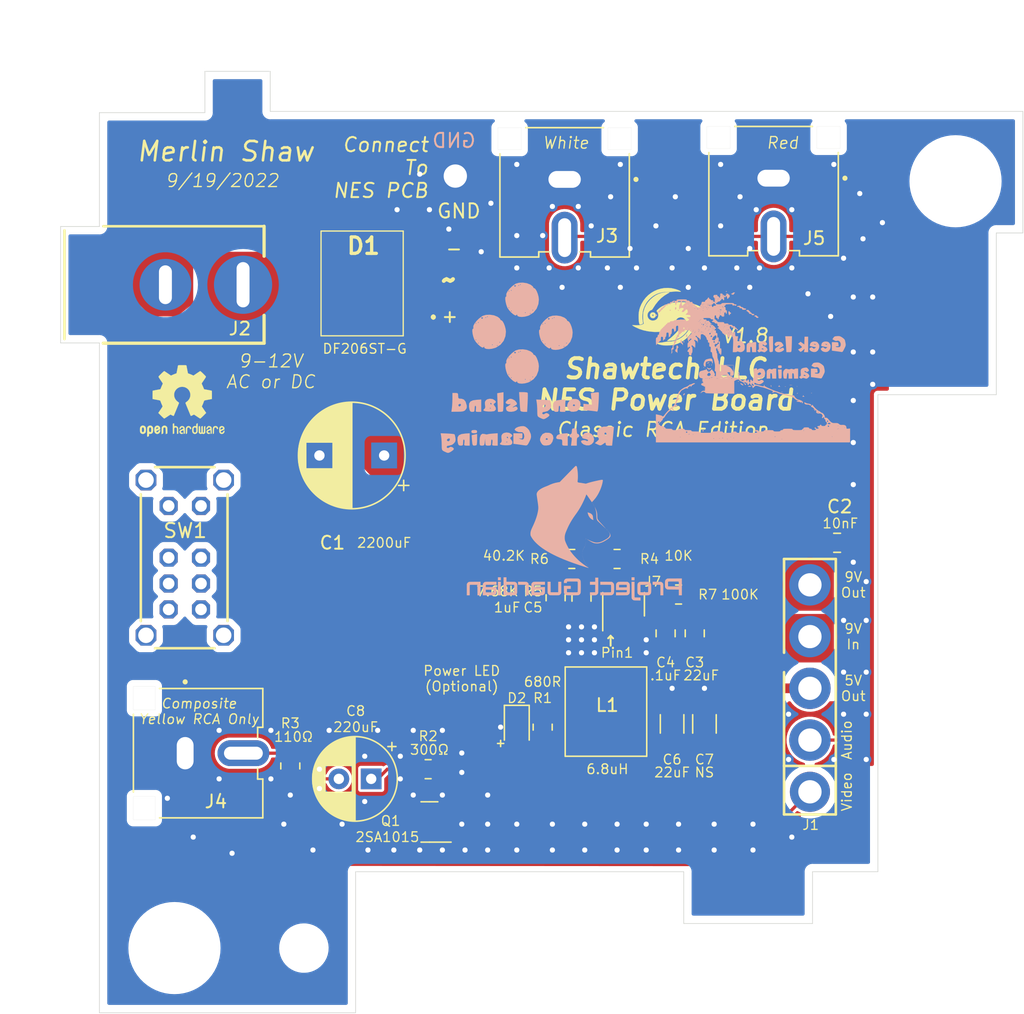
<source format=kicad_pcb>
(kicad_pcb (version 20211014) (generator pcbnew)
  (layers (0 "F.Cu" signal) (31 "B.Cu" signal) (34 "B.Paste" user) (35 "F.Paste" user) (36 "B.SilkS" user "B.Silkscreen") (37 "F.SilkS" user "F.Silkscreen") (38 "B.Mask" user) (39 "F.Mask" user) (44 "Edge.Cuts" user))
  (net 0 "")
  (net 1 "5V Out")
  (net 2 "Net-(C8-Pad1)")
  (net 3 "Net-(D2-Pad2)")
  (net 4 "Video Out")
  (net 5 "Net-(C8-Pad2)")
  (net 6 "GND")
  (net 7 "Video In")
  (net 8 "Audio In")
  (net 9 "9VIn")
  (net 10 "9VOut")
  (net 12 "/AC+")
  (net 13 "/AC-")
  (net 14 "Net-(J7-Pad4)")
  (net 15 "Net-(R4-Pad2)")
  (net 16 "SW")
  (net 17 "EN")
  (net 18 "Net-(C5-Pad1)")
  (footprint "Package_TO_SOT_SMD:SOT-23-6_Handsoldering" (layer "F.Cu") (at 146 106.5 90)
    (fp_text reference "J7" (at 1.75 2.25 180) (layer "F.SilkS") (effects (font (size 0.75 0.75) (thickness 0.1))))
    (fp_text value "BL8033")
    (pad "1" smd rect (at -1.35 -0.95 90) (size 1.56 0.65) (layers "F.Cu" "F.Paste" "F.Mask") (net 6 "GND"))
    (pad "2" smd rect (at -1.35 0 90) (size 1.56 0.65) (layers "F.Cu" "F.Paste" "F.Mask") (net 16 "SW"))
    (pad "3" smd rect (at -1.35 0.95 90) (size 1.56 0.65) (layers "F.Cu" "F.Paste" "F.Mask") (net 9 "9VIn"))
    (pad "4" smd rect (at 1.35 0.95 90) (size 1.56 0.65) (layers "F.Cu" "F.Paste" "F.Mask") (net 14 "Net-(J7-Pad4)"))
    (pad "5" smd rect (at 1.35 0 90) (size 1.56 0.65) (layers "F.Cu" "F.Paste" "F.Mask") (net 17 "EN"))
    (pad "6" smd rect (at 1.35 -0.95 90) (size 1.56 0.65) (layers "F.Cu" "F.Paste" "F.Mask") (net 18 "Net-(C5-Pad1)"))
  )
  (footprint "Capacitor_SMD:C_0805_2012Metric" (layer "F.Cu") (at 151.5 108.75 -90)
    (fp_text reference "C3" (at 2.25 0 180) (layer "F.SilkS") (effects (font (size 0.75 0.75) (thickness 0.1))))
    (fp_text value "22uf/25")
    (pad "1" smd roundrect (at -0.95 0 270) (size 1 1.45) (layers "F.Cu" "F.Paste" "F.Mask") (net 9 "9VIn"))
    (pad "2" smd roundrect (at 0.95 0 270) (size 1 1.45) (layers "F.Cu" "F.Paste" "F.Mask") (net 6 "GND"))
  )
  (footprint "Resistor_SMD:R_0805_2012Metric" (layer "F.Cu") (at 120.25 119 -90)
    (fp_text reference "R3" (at -3.3 0 180) (layer "F.SilkS") (effects (font (size 0.75 0.75) (thickness 0.1))))
    (fp_text value "110R")
    (pad "1" smd roundrect (at -0.9125 0 270) (size 1.025 1.4) (layers "F.Cu" "F.Paste" "F.Mask") (roundrect_rratio 0.243902439) (net 4 "Video Out"))
    (pad "2" smd roundrect (at 0.9125 0 270) (size 1.025 1.4) (layers "F.Cu" "F.Paste" "F.Mask") (roundrect_rratio 0.243902439) (net 5 "Net-(C8-Pad2)"))
  )
  (footprint "Resistor_SMD:R_0805_2012Metric" (layer "F.Cu") (at 145.5 103 180)
    (fp_text reference "R4" (at -2.5 0) (layer "F.SilkS") (effects (font (size 0.75 0.75) (thickness 0.1))))
    (fp_text value "10k")
    (pad "1" smd roundrect (at -0.9125 0 180) (size 1.025 1.4) (layers "F.Cu" "F.Paste" "F.Mask") (roundrect_rratio 0.243902439) (net 14 "Net-(J7-Pad4)"))
    (pad "2" smd roundrect (at 0.9125 0 180) (size 1.025 1.4) (layers "F.Cu" "F.Paste" "F.Mask") (roundrect_rratio 0.243902439) (net 15 "Net-(R4-Pad2)"))
  )
  (footprint "Merlin:OSHW-Logo2_7.3x6mm_SilkScreen" (layer "F.Cu") (at 111.9 90.78)
    (fp_text reference "REF**" hide)
    (fp_text value "OSHW-Logo2_7.3x6mm_SilkScreen" hide)
  )
  (footprint "Capacitor_SMD:C_0805_2012Metric" (layer "F.Cu") (at 142.75 106 -90)
    (fp_text reference "C5" (at 0.75 3.75) (layer "F.SilkS") (effects (font (size 0.75 0.75) (thickness 0.1))))
    (fp_text value "1uF")
    (pad "1" smd roundrect (at -0.95 0 270) (size 1 1.45) (layers "F.Cu" "F.Paste" "F.Mask") (net 18 "Net-(C5-Pad1)"))
    (pad "2" smd roundrect (at 0.95 0 270) (size 1 1.45) (layers "F.Cu" "F.Paste" "F.Mask") (net 16 "SW"))
  )
  (footprint "Package_TO_SOT_SMD:SOT-23" (layer "F.Cu") (at 131 123.33 180)
    (fp_text reference "Q1" (at 3 0.08) (layer "F.SilkS") (effects (font (size 0.75 0.75) (thickness 0.1))))
    (fp_text value "2SA1015" (at 3.25 -1.17) (layer "F.SilkS") (effects (font (size 0.75 0.75) (thickness 0.1))))
    (pad "1" smd roundrect (at -0.9375 -0.95 180) (size 1.475 0.6) (layers "F.Cu" "F.Paste" "F.Mask") (net 7 "Video In"))
    (pad "2" smd roundrect (at -0.9375 0.95 180) (size 1.475 0.6) (layers "F.Cu" "F.Paste" "F.Mask") (net 2 "Net-(C8-Pad1)"))
    (pad "3" smd roundrect (at 0.9375 0 180) (size 1.475 0.6) (layers "F.Cu" "F.Paste" "F.Mask") (net 6 "GND"))
  )
  (footprint "Resistor_SMD:R_0805_2012Metric" (layer "F.Cu") (at 139.75 116 90)
    (fp_text reference "R1" (at 2.25 0 180) (layer "F.SilkS") (effects (font (size 0.75 0.75) (thickness 0.1))))
    (fp_text value "680")
    (pad "1" smd roundrect (at -0.9125 0 90) (size 1.025 1.4) (layers "F.Cu" "F.Paste" "F.Mask") (roundrect_rratio 0.243902439) (net 3 "Net-(D2-Pad2)"))
    (pad "2" smd roundrect (at 0.9125 0 90) (size 1.025 1.4) (layers "F.Cu" "F.Paste" "F.Mask") (roundrect_rratio 0.243902439) (net 1 "5V Out"))
  )
  (footprint "Resistor_SMD:R_0805_2012Metric" (layer "F.Cu") (at 142 103 180)
    (fp_text reference "R6" (at 2.5 0) (layer "F.SilkS") (effects (font (size 0.75 0.75) (thickness 0.1))))
    (fp_text value "40.2k")
    (pad "1" smd roundrect (at -0.9125 0 180) (size 1.025 1.4) (layers "F.Cu" "F.Paste" "F.Mask") (roundrect_rratio 0.243902439) (net 15 "Net-(R4-Pad2)"))
    (pad "2" smd roundrect (at 0.9125 0 180) (size 1.025 1.4) (layers "F.Cu" "F.Paste" "F.Mask") (roundrect_rratio 0.243902439) (net 1 "5V Out"))
  )
  (footprint "" (layer "F.Cu") (at 111.3 133.08)
    (fp_text reference "" (at 0 0) (layer "F.SilkS") (effects (font (size 1.27 1.27))))
    (fp_text value "" (at 0 0) (layer "F.SilkS") (effects (font (size 1.27 1.27))))
    (pad "" np_thru_hole circle locked (at 0 0) (size 3.5 3.5) (drill 3.5) (layers F&B.Cu *.Mask))
  )
  (footprint "Merlin:Power-DF206STG" (layer "F.Cu") (at 125.8 81.7 90)
    (fp_text reference "D1" (at 2.9 0.1 180) (layer "F.SilkS") (effects (font (size 1.27 1.27) (thickness 0.254))))
    (fp_text value "${ALTIUM_VALUE}" hide)
    (fp_text user "+" (at -2.6 6.7 90) (layer "F.SilkS"))
    (fp_text user "-" (at 2.7 7.1 180) (layer "F.SilkS"))
    (pad "1" smd rect (at -2.605 4.36 90) (size 1.7 2.02) (layers "F.Cu" "F.Paste" "F.Mask") (net 10 "9VOut"))
    (pad "2" smd rect (at 2.605 4.36 90) (size 1.7 2.02) (layers "F.Cu" "F.Paste" "F.Mask") (net 6 "GND"))
    (pad "3" smd rect (at 2.605 -4.36 90) (size 1.7 2.02) (layers "F.Cu" "F.Paste" "F.Mask") (net 13 "/AC-"))
    (pad "4" smd rect (at -2.605 -4.36 90) (size 1.7 2.02) (layers "F.Cu" "F.Paste" "F.Mask") (net 12 "/AC+"))
  )
  (footprint "Resistor_SMD:R_0805_2012Metric" (layer "F.Cu") (at 150.25 105.75)
    (fp_text reference "R7" (at 2.25 0) (layer "F.SilkS") (effects (font (size 0.75 0.75) (thickness 0.1))))
    (fp_text value "100K")
    (pad "1" smd roundrect (at -0.9125 0) (size 1.025 1.4) (layers "F.Cu" "F.Paste" "F.Mask") (roundrect_rratio 0.243902439) (net 17 "EN"))
    (pad "2" smd roundrect (at 0.9125 0) (size 1.025 1.4) (layers "F.Cu" "F.Paste" "F.Mask") (roundrect_rratio 0.243902439) (net 9 "9VIn"))
  )
  (footprint "Merlin:ShawTech" (layer "F.Cu") (at 149.25 84.25)
    (fp_text reference "G***" hide)
    (fp_text value "LOGO" hide)
  )
  (footprint "Capacitor_SMD:C_1206_3216Metric" (layer "F.Cu") (at 152.25 115.75 90)
    (fp_text reference "C7" (at -2.75 0) (layer "F.SilkS") (effects (font (size 0.75 0.75) (thickness 0.1))))
    (fp_text value "22uf/25")
    (pad "1" smd roundrect (at -1.475 0 90) (size 1.15 1.8) (layers "F.Cu" "F.Paste" "F.Mask") (roundrect_rratio 0.2173913043) (net 1 "5V Out"))
    (pad "2" smd roundrect (at 1.475 0 90) (size 1.15 1.8) (layers "F.Cu" "F.Paste" "F.Mask") (roundrect_rratio 0.2173913043) (net 6 "GND"))
  )
  (footprint "Electromechanical.IntLib:SW-DP3T (EG2319)" (layer "F.Cu") (at 112.1 102.9 -90)
    (fp_text reference "SW1" (at -1.445 1.75 unlocked) (layer "F.SilkS") (effects (font (size 1.1 1.1)) (justify left bottom)))
    (fp_text value "DP3T" hide)
    (pad "" thru_hole roundrect locked (at -4 -1.25 270) (size 1.4 1.4) (drill 0.9) (layers *.Cu *.Mask) (chamfer_ratio 0.25) (chamfer top_left top_right bottom_left bottom_right))
    (pad "" thru_hole roundrect locked (at 0 1.25 270) (size 1.4 1.4) (drill 0.9) (layers *.Cu *.Mask) (chamfer_ratio 0.25) (chamfer top_left top_right bottom_left bottom_right))
    (pad "" thru_hole roundrect locked (at 2 1.25 270) (size 1.4 1.4) (drill 0.9) (layers *.Cu *.Mask) (chamfer_ratio 0.25) (chamfer top_left top_right bottom_left bottom_right))
    (pad "" thru_hole roundrect locked (at 4 1.25 270) (size 1.4 1.4) (drill 0.9) (layers *.Cu *.Mask) (chamfer_ratio 0.25) (chamfer top_left top_right bottom_left bottom_right))
    (pad "" thru_hole roundrect locked (at 0 -1.25 270) (size 1.4 1.4) (drill 0.9) (layers *.Cu *.Mask) (chamfer_ratio 0.25) (chamfer top_left top_right bottom_left bottom_right))
    (pad "" thru_hole roundrect locked (at 2 -1.25 270) (size 1.4 1.4) (drill 0.9) (layers *.Cu *.Mask) (chamfer_ratio 0.25) (chamfer top_left top_right bottom_left bottom_right))
    (pad "" thru_hole roundrect locked (at 4 -1.25 270) (size 1.4 1.4) (drill 0.9) (layers *.Cu *.Mask) (chamfer_ratio 0.25) (chamfer top_left top_right bottom_left bottom_right))
    (pad "1" thru_hole roundrect locked (at -4 1.25 270) (size 1.4 1.4) (drill 0.9) (layers *.Cu *.Mask) (chamfer_ratio 0.25) (chamfer top_left top_right bottom_left bottom_right))
    (pad "MH" thru_hole roundrect locked (at -6 3 270) (size 1.6 1.6) (drill 1.2) (layers *.Cu *.Mask) (chamfer_ratio 0.25) (chamfer top_left top_right bottom_left bottom_right))
    (pad "MH" thru_hole roundrect locked (at 6 3 90) (size 1.6 1.6) (drill 1.2) (layers *.Cu *.Mask) (chamfer_ratio 0.25) (chamfer top_left top_right bottom_left bottom_right))
    (pad "MH" thru_hole roundrect locked (at 6 -3 90) (size 1.6 1.6) (drill 1.2) (layers *.Cu *.Mask) (chamfer_ratio 0.25) (chamfer top_left top_right bottom_left bottom_right))
    (pad "MH" thru_hole roundrect locked (at -6 -3 270) (size 1.6 1.6) (drill 1.2) (layers *.Cu *.Mask) (chamfer_ratio 0.25) (chamfer top_left top_right bottom_left bottom_right))
  )
  (footprint "Resistor_SMD:R_0805_2012Metric" (layer "F.Cu") (at 140.75 106 -90)
    (fp_text reference "R5" (at -0.5 1.75 180) (layer "F.SilkS") (effects (font (size 0.75 0.75) (thickness 0.1))))
    (fp_text value "7.68k")
    (pad "1" smd roundrect (at -0.9125 0 270) (size 1.025 1.4) (layers "F.Cu" "F.Paste" "F.Mask") (roundrect_rratio 0.243902439) (net 15 "Net-(R4-Pad2)"))
    (pad "2" smd roundrect (at 0.9125 0 270) (size 1.025 1.4) (layers "F.Cu" "F.Paste" "F.Mask") (roundrect_rratio 0.243902439) (net 6 "GND"))
  )
  (footprint "Merlin:CUI_RCJ-044" (layer "F.Cu") (at 141.446 73.658 90)
    (fp_text reference "J3" (at -4.372 3.279 180) (layer "F.SilkS"))
    (fp_text value "White RCJ-52" hide)
    (fp_line (start 2.3 5.15) (end 4 5.15) (layer "Edge.Cuts") (width 0.01))
    (fp_line (start 4 5.15) (end 4 3.35) (layer "Edge.Cuts") (width 0.01))
    (fp_line (start 2.3 -5.15) (end 2.3 -3.35) (layer "Edge.Cuts") (width 0.01))
    (fp_line (start 4 -5.15) (end 2.3 -5.15) (layer "Edge.Cuts") (width 0.01))
    (fp_line (start 2.3 3.35) (end 2.3 5.15) (layer "Edge.Cuts") (width 0.01))
    (fp_line (start 4 -3.35) (end 4 -5.15) (layer "Edge.Cuts") (width 0.01))
    (fp_line (start 4 3.35) (end 2.3 3.35) (layer "Edge.Cuts") (width 0.01))
    (fp_line (start 2.3 -3.35) (end 4 -3.35) (layer "Edge.Cuts") (width 0.01))
    (pad "1" thru_hole oval (at 0 0 90) (size 2.5 3.9) (drill oval 1.3 2.5) (layers *.Cu *.Mask) (net 6 "GND"))
    (pad "2" thru_hole oval (at -4.5 0 90) (size 4 2) (drill oval 3 1) (layers *.Cu *.Mask) (net 8 "Audio In"))
  )
  (footprint "Capacitor_THT:CP_Radial_D6.3mm_P2.50mm" (layer "F.Cu") (at 126.5 120 180)
    (fp_text reference "C8" (at 1.2 5.25 180) (layer "F.SilkS") (effects (font (size 0.75 0.75) (thickness 0.1))))
    (fp_text value "220uF" hide)
    (pad "1" thru_hole rect (at 0 0 180) (size 1.6 1.6) (drill 0.8) (layers *.Cu *.Mask) (net 2 "Net-(C8-Pad1)"))
    (pad "2" thru_hole circle (at 2.5 0 180) (size 1.6 1.6) (drill 0.8) (layers *.Cu *.Mask) (net 5 "Net-(C8-Pad2)"))
  )
  (footprint "Connectors.IntLib:PWR-JCK-ALT (PJ-037A{slash}B)" (layer "F.Cu") (at 110.6 81.799998)
    (fp_text reference "J2" (at 4.8 3.980002 unlocked) (layer "F.SilkS") (effects (justify left bottom)))
    (fp_text value "Barrel_Jack" hide)
    (pad "1" thru_hole circle locked (at 6.000002 0) (size 4.5 4.5) (drill oval 1 3.5) (layers *.Cu *.Mask) (net 12 "/AC+"))
    (pad "2" thru_hole circle locked (at 0 0) (size 4 4) (drill oval 1 3) (layers *.Cu *.Mask) (net 13 "/AC-"))
  )
  (footprint "Capacitor_SMD:C_1206_3216Metric" (layer "F.Cu") (at 149.75 115.75 90)
    (fp_text reference "C6" (at -2.75 0) (layer "F.SilkS") (effects (font (size 0.75 0.75) (thickness 0.1))))
    (fp_text value "22uf/25")
    (pad "1" smd roundrect (at -1.475 0 90) (size 1.15 1.8) (layers "F.Cu" "F.Paste" "F.Mask") (roundrect_rratio 0.2173913043) (net 1 "5V Out"))
    (pad "2" smd roundrect (at 1.475 0 90) (size 1.15 1.8) (layers "F.Cu" "F.Paste" "F.Mask") (roundrect_rratio 0.2173913043) (net 6 "GND"))
  )
  (footprint "" (layer "F.Cu") (at 121.3 133.08)
    (fp_text reference "" (at 0 0) (layer "F.SilkS") (effects (font (size 1.27 1.27))))
    (fp_text value "" (at 0 0) (layer "F.SilkS") (effects (font (size 1.27 1.27))))
    (pad "" np_thru_hole circle locked (at 0 0) (size 2.8 2.8) (drill 2.8) (layers F&B.Cu *.Mask))
  )
  (footprint "Merlin:CUI_RCJ-044" (layer "F.Cu") (at 112.126 118.014 180)
    (fp_text reference "J4" (at -2.374 -3.736) (layer "F.SilkS"))
    (fp_text value "Yellow RCJ-44")
    (fp_line (start 2.3 -3.35) (end 4 -3.35) (layer "Edge.Cuts") (width 0.01))
    (fp_line (start 4 3.35) (end 2.3 3.35) (layer "Edge.Cuts") (width 0.01))
    (fp_line (start 2.3 -5.15) (end 2.3 -3.35) (layer "Edge.Cuts") (width 0.01))
    (fp_line (start 4 -5.15) (end 2.3 -5.15) (layer "Edge.Cuts") (width 0.01))
    (fp_line (start 4 5.15) (end 4 3.35) (layer "Edge.Cuts") (width 0.01))
    (fp_line (start 2.3 3.35) (end 2.3 5.15) (layer "Edge.Cuts") (width 0.01))
    (fp_line (start 4 -3.35) (end 4 -5.15) (layer "Edge.Cuts") (width 0.01))
    (fp_line (start 2.3 5.15) (end 4 5.15) (layer "Edge.Cuts") (width 0.01))
    (pad "1" thru_hole oval (at 0 0 180) (size 2.5 3.9) (drill oval 1.3 2.5) (layers *.Cu *.Mask) (net 6 "GND"))
    (pad "2" thru_hole oval (at -4.5 0 180) (size 4 2) (drill oval 3 1) (layers *.Cu *.Mask) (net 4 "Video Out"))
  )
  (footprint "Capacitor_SMD:C_0805_2012Metric" (layer "F.Cu") (at 162.5 101.75)
    (fp_text reference "C2" (at 0.2 -2.8) (layer "F.SilkS"))
    (fp_text value "10nF")
    (pad "1" smd roundrect (at -0.95 0) (size 1 1.45) (layers "F.Cu" "F.Paste" "F.Mask") (net 10 "9VOut"))
    (pad "2" smd roundrect (at 0.95 0) (size 1 1.45) (layers "F.Cu" "F.Paste" "F.Mask") (net 6 "GND"))
  )
  (footprint "Merlin:CUI_RCJ-044" (layer "F.Cu") (at 157.592 73.564 90)
    (fp_text reference "J5" (at -4.641 3.133 180) (layer "F.SilkS"))
    (fp_text value "Red RCJ-042" hide)
    (fp_line (start 4 -3.35) (end 4 -5.15) (layer "Edge.Cuts") (width 0.01))
    (fp_line (start 2.3 5.15) (end 4 5.15) (layer "Edge.Cuts") (width 0.01))
    (fp_line (start 2.3 -3.35) (end 4 -3.35) (layer "Edge.Cuts") (width 0.01))
    (fp_line (start 2.3 3.35) (end 2.3 5.15) (layer "Edge.Cuts") (width 0.01))
    (fp_line (start 4 3.35) (end 2.3 3.35) (layer "Edge.Cuts") (width 0.01))
    (fp_line (start 4 5.15) (end 4 3.35) (layer "Edge.Cuts") (width 0.01))
    (fp_line (start 4 -5.15) (end 2.3 -5.15) (layer "Edge.Cuts") (width 0.01))
    (fp_line (start 2.3 -5.15) (end 2.3 -3.35) (layer "Edge.Cuts") (width 0.01))
    (pad "1" thru_hole oval (at 0 0 90) (size 2.5 3.9) (drill oval 1.3 2.5) (layers *.Cu *.Mask) (net 6 "GND"))
    (pad "2" thru_hole oval (at -4.5 0 90) (size 4 2) (drill oval 3 1) (layers *.Cu *.Mask) (net 8 "Audio In"))
  )
  (footprint "Capacitor_SMD:C_0805_2012Metric" (layer "F.Cu") (at 149.25 108.75 -90)
    (fp_text reference "C4" (at 2.25 0 180) (layer "F.SilkS") (effects (font (size 0.75 0.75) (thickness 0.1))))
    (fp_text value ".1uF/25")
    (pad "1" smd roundrect (at -0.95 0 270) (size 1 1.45) (layers "F.Cu" "F.Paste" "F.Mask") (net 9 "9VIn"))
    (pad "2" smd roundrect (at 0.95 0 270) (size 1 1.45) (layers "F.Cu" "F.Paste" "F.Mask") (net 6 "GND"))
  )
  (footprint "" (layer "F.Cu") (at 171.65 73.8)
    (fp_text reference "" (at 0 0) (layer "F.SilkS") (effects (font (size 1.27 1.27))))
    (fp_text value "" (at 0 0) (layer "F.SilkS") (effects (font (size 1.27 1.27))))
    (pad "" np_thru_hole circle locked (at 0 0) (size 3.5 3.5) (drill 3.5) (layers F&B.Cu *.Mask))
  )
  (footprint "Merlin:Inductor-L_6.3x6.3_H3" (layer "F.Cu") (at 144.59 115)
    (fp_text reference "L1" (at 0.15 -0.7) (layer "F.SilkS"))
    (fp_text value "6.8uH")
    (pad "1" smd rect locked (at 0 -2.65 90) (size 1.85 5.2) (layers "F.Cu" "F.Paste" "F.Mask") (net 16 "SW"))
    (pad "2" smd rect locked (at 0 2.25 90) (size 1.85 5.2) (layers "F.Cu" "F.Paste" "F.Mask") (net 1 "5V Out"))
  )
  (footprint "Connectors.IntLib:WIREPAD-09-15" (layer "F.Cu") (at 133 73.4 90)
    (fp_text reference "GND" (at -3.35 -1.5 unlocked) (layer "F.SilkS") (effects (font (size 1.1 1.1)) (justify left bottom)))
    (fp_text value "Wire Pad" hide)
    (fp_text user "${REFERENCE}" (at 2.1 1.67 unlocked) (layer "B.SilkS") (effects (font (size 1.1 1.1)) (justify left bottom mirror)))
    (pad "1" thru_hole circle locked (at 0 0 90) (size 3.2 3.2) (drill 1.8) (layers *.Cu *.Mask) (net 6 "GND"))
  )
  (footprint "Specialty Components.IntLib:RF BOARD CONNECTOR" (layer "F.Cu") (at 160.4 121 90)
    (fp_text reference "J1" (at -3 -0.65 unlocked) (layer "F.SilkS") (effects (font (size 0.75 0.75) (thickness 0.1)) (justify left bottom)))
    (fp_text value "Board Connector" hide)
    (pad "1" thru_hole oval (at 0 0 90) (size 3.1 3.1) (drill 1.8) (layers *.Cu *.Mask) (net 7 "Video In"))
    (pad "2" thru_hole circle (at 4 0 90) (size 3.2 3.2) (drill 1.8) (layers *.Cu *.Mask) (net 8 "Audio In"))
    (pad "3" thru_hole circle (at 8 0 90) (size 3.2 3.2) (drill 1.8) (layers *.Cu *.Mask) (net 1 "5V Out"))
    (pad "4" thru_hole circle (at 12.000003 0 90) (size 3.2 3.2) (drill 1.8) (layers *.Cu *.Mask) (net 9 "9VIn"))
    (pad "5" thru_hole circle (at 16 0 90) (size 3.2 3.2) (drill 1.8) (layers *.Cu *.Mask) (net 10 "9VOut"))
  )
  (footprint "Resistor_SMD:R_0805_2012Metric" (layer "F.Cu") (at 130.9 119.25 180)
    (fp_text reference "R2" (at 0 2.55) (layer "F.SilkS") (effects (font (size 0.75 0.75) (thickness 0.1))))
    (fp_text value "300")
    (pad "1" smd roundrect (at -0.9125 0 180) (size 1.025 1.4) (layers "F.Cu" "F.Paste" "F.Mask") (roundrect_rratio 0.243902439) (net 1 "5V Out"))
    (pad "2" smd roundrect (at 0.9125 0 180) (size 1.025 1.4) (layers "F.Cu" "F.Paste" "F.Mask") (roundrect_rratio 0.243902439) (net 2 "Net-(C8-Pad1)"))
  )
  (footprint "Capacitor_THT:CP_Radial_D8.0mm_P5.00mm" (layer "F.Cu") (at 127.5 95 180)
    (fp_text reference "C1" (at 4 -6.75 180) (layer "F.SilkS"))
    (fp_text value "2200uF 25V")
    (pad "1" thru_hole rect (at 0 0 180) (size 2 2) (drill 0.8) (layers *.Cu *.Mask) (net 10 "9VOut"))
    (pad "2" thru_hole circle (at 5 0 180) (size 2 2) (drill 0.8) (layers *.Cu *.Mask) (net 6 "GND"))
  )
  (footprint "LED_SMD:LED_0805_2012Metric" (layer "F.Cu") (at 137.75 116 -90)
    (fp_text reference "D2" (at -2.25 0) (layer "F.SilkS") (effects (font (size 0.75 0.75) (thickness 0.1))))
    (fp_text value "Power LED")
    (pad "1" smd roundrect (at -0.9375 0 270) (size 0.975 1.4) (layers "F.Cu" "F.Paste" "F.Mask") (net 6 "GND"))
    (pad "2" smd roundrect (at 0.9375 0 270) (size 0.975 1.4) (layers "F.Cu" "F.Paste" "F.Mask") (net 3 "Net-(D2-Pad2)"))
  )
  (footprint "Merlin:GeekIsland2" (layer "B.Cu") (at 156 88 180)
    (fp_text reference "G***" hide)
    (fp_text value "LOGO" hide)
  )
  (footprint "Merlin:LongIslandRetroGaming4" (layer "B.Cu") (at 138.25 88 180)
    (fp_text reference "G***")
    (fp_text value "LOGO" hide)
  )
  (footprint "Merlin:PG_20mmx13.1mm" (layer "B.Cu") (at 142.25 100.75 180)
    (fp_text reference "G***" hide)
    (fp_text value "LOGO" hide)
  )
  (gr_line (start 105.8 77.278798) (end 118.224002 77.278798) (layer "F.SilkS") (width 0.2))
  (gr_line (start 102.8 86) (end 102.8 77.6) (layer "F.SilkS") (width 0.2))
  (gr_line (start 118.224002 79.595) (end 118.224002 77.278798) (layer "F.SilkS") (width 0.254))
  (gr_line (start 118.224002 86.321198) (end 118.224002 84.167) (layer "F.SilkS") (width 0.254))
  (gr_line (start 105.8 86.321198) (end 118.224002 86.321198) (layer "F.SilkS") (width 0.254))
  (gr_line (start 136.2625 117.2625) (end 136.7375 117.2625) (layer "F.SilkS") (width 0.12))
  (gr_line (start 136.5 117.5) (end 136.5 117.025) (layer "F.SilkS") (width 0.12))
  (gr_line (start 150.65 131.18) (end 150.65 127.18) (layer "Edge.Cuts") (width 0.05))
  (gr_line (start 150.65 127.18) (end 125.3 127.18) (layer "Edge.Cuts") (width 0.05))
  (gr_line (start 125.3 127.18) (end 125.3 138.08) (layer "Edge.Cuts") (width 0.05))
  (gr_line (start 165.65 90.3) (end 165.65 127.18) (layer "Edge.Cuts") (width 0.05))
  (gr_line (start 113.65 65.3) (end 118.7 65.3) (layer "Edge.Cuts") (width 0.05))
  (gr_line (start 105.5 77.3) (end 105.5 68.5) (layer "Edge.Cuts") (width 0.05))
  (gr_line (start 165.65 127.18) (end 160.6 127.18) (layer "Edge.Cuts") (width 0.05))
  (gr_line (start 176.85 77.8) (end 174.8 77.8) (layer "Edge.Cuts") (width 0.05))
  (gr_line (start 105.5 68.5) (end 113.65 68.5) (layer "Edge.Cuts") (width 0.05))
  (gr_line (start 174.8 90.3) (end 165.65 90.3) (layer "Edge.Cuts") (width 0.05))
  (gr_line (start 125.3 138.08) (end 105.5 138.08) (layer "Edge.Cuts") (width 0.05))
  (gr_line (start 118.7 68.4) (end 176.85 68.4) (layer "Edge.Cuts") (width 0.05))
  (gr_line (start 105.5 138.08) (end 105.5 86.3) (layer "Edge.Cuts") (width 0.05))
  (gr_line (start 174.8 77.8) (end 174.8 90.3) (layer "Edge.Cuts") (width 0.05))
  (gr_line (start 176.85 68.4) (end 176.85 77.8) (layer "Edge.Cuts") (width 0.05))
  (gr_line (start 105.5 86.3) (end 102.5 86.3) (layer "Edge.Cuts") (width 0.05))
  (gr_line (start 102.5 77.3) (end 105.5 77.3) (layer "Edge.Cuts") (width 0.05))
  (gr_line (start 102.5 86.3) (end 102.5 77.3) (layer "Edge.Cuts") (width 0.05))
  (gr_line (start 160.6 127.18) (end 160.6 131.18) (layer "Edge.Cuts") (width 0.05))
  (gr_line (start 113.65 68.5) (end 113.65 65.3) (layer "Edge.Cuts") (width 0.05))
  (gr_line (start 118.7 65.3) (end 118.7 68.4) (layer "Edge.Cuts") (width 0.05))
  (gr_line (start 160.6 131.18) (end 150.65 131.18) (layer "Edge.Cuts") (width 0.05))
  (gr_text "9V\nOut" (at 163.75 105) (layer "F.SilkS") (effects (font (size 0.75 0.75) (thickness 0.1))))
  (gr_text "22uF" (at 149.75 119.5) (layer "F.SilkS") (effects (font (size 0.75 0.75) (thickness 0.1))))
  (gr_text "100K" (at 155 105.75) (layer "F.SilkS") (effects (font (size 0.75 0.75) (thickness 0.1))))
  (gr_text "Video" (at 163.25 121 90) (layer "F.SilkS") (effects (font (size 0.75 0.75) (thickness 0.1))))
  (gr_text "10nF" (at 162.75 100.25) (layer "F.SilkS") (effects (font (size 0.75 0.75) (thickness 0.1))))
  (gr_text "V1.8" (at 153.5 85.75) (layer "F.SilkS") (effects (font (size 1.1 1.1) (thickness 0.15) bold italic) (justify left)))
  (gr_text "Merlin Shaw" (at 115.25 71.5) (layer "F.SilkS") (effects (font (size 1.5 1.5) (thickness 0.2) bold italic)))
  (gr_text "White\n" (at 141.55 70.83) (layer "F.SilkS") (effects (font (size 0.9 0.9) (thickness 0.1) bold italic)))
  (gr_text "Power LED\n(Optional)" (at 133.5 112.25) (layer "F.SilkS") (effects (font (size 0.75 0.75) (thickness 0.1))))
  (gr_text "110Ω" (at 120.5 116.75) (layer "F.SilkS") (effects (font (size 0.75 0.75) (thickness 0.1))))
  (gr_text "NS" (at 152.25 119.5) (layer "F.SilkS") (effects (font (size 0.75 0.75) (thickness 0.1))))
  (gr_text "Classic RCA Edition" (at 140.75 93) (layer "F.SilkS") (effects (font (size 1.1 1.1) (thickness 0.15) bold italic) (justify left)))
  (gr_text "9V\nIn" (at 163.75 109) (layer "F.SilkS") (effects (font (size 0.75 0.75) (thickness 0.1))))
  (gr_text "22uF" (at 152 112) (layer "F.SilkS") (effects (font (size 0.75 0.75) (thickness 0.1))))
  (gr_text "Red" (at 158.3 70.83) (layer "F.SilkS") (effects (font (size 0.9 0.9) (thickness 0.1) bold italic)))
  (gr_text "1uF" (at 137 106.75) (layer "F.SilkS") (effects (font (size 0.75 0.75) (thickness 0.1))))
  (gr_text "~" (at 132.5 81.4) (layer "F.SilkS") (effects (font (size 1.5 1.5) (thickness 0.3))))
  (gr_text "Pin1" (at 145.5 110.25) (layer "F.SilkS") (effects (font (size 0.75 0.75) (thickness 0.1))))
  (gr_text "220uF" (at 125.3 116) (layer "F.SilkS") (effects (font (size 0.75 0.75) (thickness 0.1))))
  (gr_text "300Ω" (at 131 117.75) (layer "F.SilkS") (effects (font (size 0.75 0.75) (thickness 0.1))))
  (gr_text "2200uF" (at 127.5 101.75) (layer "F.SilkS") (effects (font (size 0.75 0.75) (thickness 0.1))))
  (gr_text "Shawtech LLC\nNES Power Board" (at 149.25 89.5) (layer "F.SilkS") (effects (font (size 1.5 1.5) (thickness 0.3) italic)))
  (gr_text "5V\nOut" (at 163.75 113) (layer "F.SilkS") (effects (font (size 0.75 0.75) (thickness 0.1))))
  (gr_text "9-12V\nAC or DC" (at 118.75 88.5) (layer "F.SilkS") (effects (font (size 1 1) (thickness 0.1) bold italic)))
  (gr_text "10K" (at 150.25 102.75) (layer "F.SilkS") (effects (font (size 0.75 0.75) (thickness 0.1))))
  (gr_text "680R" (at 139.75 112.5) (layer "F.SilkS") (effects (font (size 0.75 0.75) (thickness 0.1))))
  (gr_text "DF206ST-G" (at 126 86.75) (layer "F.SilkS") (effects (font (size 0.75 0.75) (thickness 0.1))))
  (gr_text "Composite\nYellow RCA Only" (at 113.2 114.78) (layer "F.SilkS") (effects (font (size 0.75 0.75) (thickness 0.1) bold italic)))
  (gr_text "Connect\nTo\nNES PCB" (at 131 72.75) (layer "F.SilkS") (effects (font (size 1.1 1.1) (thickness 0.15) bold italic) (justify right)))
  (gr_text "6.8uH" (at 144.75 119.25) (layer "F.SilkS") (effects (font (size 0.75 0.75) (thickness 0.1))))
  (gr_text ".1uF" (at 149.25 112) (layer "F.SilkS") (effects (font (size 0.75 0.75) (thickness 0.1))))
  (gr_text "Audio" (at 163.25 117 90) (layer "F.SilkS") (effects (font (size 0.75 0.75) (thickness 0.1))))
  (gr_text "9/19/2022" (at 115 73.75) (layer "F.SilkS") (effects (font (size 1 1) (thickness 0.1) bold italic)))
  (gr_text "40.2K" (at 136.75 102.75) (layer "F.SilkS") (effects (font (size 0.75 0.75) (thickness 0.1))))
  (gr_text "7.68K" (at 136.25 105.5) (layer "F.SilkS") (effects (font (size 0.75 0.75) (thickness 0.1))))
  (gr_text "↑" (at 145 109.25) (layer "F.SilkS") (effects (font (size 1 1))))
  (segment (start 152.225 117.25) (end 144.59 117.25) (width 0.75) (layer "F.Cu") (net 1))
  (segment (start 142.25 117.25) (end 144.59 117.25) (width 0.25) (layer "F.Cu") (net 1))
  (segment (start 152.25 117.225) (end 152.225 117.25) (width 0.75) (layer "F.Cu") (net 1))
  (segment (start 132.3125 118.75) (end 131.8125 119.25) (width 0.25) (layer "F.Cu") (net 1))
  (segment (start 141 118.75) (end 132.3125 118.75) (width 0.25) (layer "F.Cu") (net 1))
  (segment (start 142.5 117.25) (end 141 118.75) (width 0.25) (layer "F.Cu") (net 1))
  (segment (start 144.59 117.25) (end 142.5 117.25) (width 0.25) (layer "F.Cu") (net 1))
  (segment (start 139.72548 104.11202) (end 139.72548 114.72548) (width 0.25) (layer "F.Cu") (net 1))
  (segment (start 141.0875 102.75) (end 139.72548 104.11202) (width 0.25) (layer "F.Cu") (net 1))
  (segment (start 156.475 113) (end 152.25 117.225) (width 0.75) (layer "F.Cu") (net 1))
  (segment (start 139.72548 114.72548) (end 142.25 117.25) (width 0.25) (layer "F.Cu") (net 1))
  (segment (start 160.4 113) (end 156.475 113) (width 0.75) (layer "F.Cu") (net 1))
  (segment (start 127.75 119.25) (end 127 120) (width 0.25) (layer "F.Cu") (net 2))
  (segment (start 129.9875 119.25) (end 127.75 119.25) (width 0.25) (layer "F.Cu") (net 2))
  (segment (start 129.9875 119.25) (end 129.9875 120.43) (width 0.25) (layer "F.Cu") (net 2))
  (segment (start 127 120) (end 126.5 120) (width 0.25) (layer "F.Cu") (net 2))
  (segment (start 129.9875 120.43) (end 131.9375 122.38) (width 0.25) (layer "F.Cu") (net 2))
  (segment (start 137.775 117) (end 139.75 117) (width 0.25) (layer "F.Cu") (net 3))
  (segment (start 120.1765 118.014) (end 120.25 118.0875) (width 0.25) (layer "F.Cu") (net 4))
  (segment (start 116.626 118.014) (end 120.1765 118.014) (width 0.25) (layer "F.Cu") (net 4))
  (segment (start 120.25 119.9125) (end 120.3375 120) (width 0.25) (layer "F.Cu") (net 5))
  (segment (start 120.3375 120) (end 124 120) (width 0.25) (layer "F.Cu") (net 5))
  (segment (start 140.75 107.25) (end 141.75 108.25) (width 0.25) (layer "F.Cu") (net 6))
  (segment (start 163.75 103.25) (end 163.75 101.8) (width 0.75) (layer "F.Cu") (net 6))
  (segment (start 140.75 106.9125) (end 140.75 107.25) (width 0.25) (layer "F.Cu") (net 6))
  (segment (start 152.25 113) (end 152.25 114.275) (width 0.75) (layer "F.Cu") (net 6))
  (segment (start 148.2 109.7) (end 147.75 109.25) (width 1) (layer "F.Cu") (net 6))
  (segment (start 163.75 101.8) (end 163.7 101.75) (width 0.75) (layer "F.Cu") (net 6))
  (segment (start 136.5 116) (end 136.975 116) (width 0.25) (layer "F.Cu") (net 6))
  (segment (start 147.75 109.25) (end 147.75 110.25) (width 1) (layer "F.Cu") (net 6))
  (segment (start 149.75 113) (end 149.75 114.275) (width 0.75) (layer "F.Cu") (net 6))
  (segment (start 151.5 109.7) (end 148.2 109.7) (width 1) (layer "F.Cu") (net 6))
  (segment (start 148.3 109.7) (end 147.75 110.25) (width 1) (layer "F.Cu") (net 6))
  (segment (start 136.975 116) (end 137.75 115.225) (width 0.25) (layer "F.Cu") (net 6))
  (segment (start 151.5 109.7) (end 148.3 109.7) (width 1) (layer "F.Cu") (net 6))
  (via (at 147.75 123.5) (size 0.8) (drill 0.4) (layers "F.Cu" "B.Cu") (net 6))
  (via (at 122.5 119.25) (size 0.8) (drill 0.4) (layers "F.Cu" "B.Cu") (net 6))
  (via (at 145.5 123.5) (size 0.8) (drill 0.4) (layers "F.Cu" "B.Cu") (net 6))
  (via (at 166 77) (size 0.8) (drill 0.4) (layers "F.Cu" "B.Cu") (net 6))
  (via (at 150.25 123.5) (size 0.8) (drill 0.4) (layers "F.Cu" "B.Cu") (net 6))
  (via (at 149.75 113) (size 0.8) (drill 0.4) (layers "F.Cu" "B.Cu") (net 6))
  (via (at 137.75 78) (size 0.8) (drill 0.4) (layers "F.Cu" "B.Cu") (net 6))
  (via (at 115.75 125.75) (size 0.8) (drill 0.4) (layers "F.Cu" "B.Cu") (net 6))
  (via (at 141.75 110.25) (size 0.8) (drill 0.4) (layers "F.Cu" "B.Cu") (net 6))
  (via (at 132.5 77.5) (size 0.8) (drill 0.4) (layers "F.Cu" "B.Cu") (net 6))
  (via (at 163.75 82.75) (size 0.8) (drill 0.4) (layers "F.Cu" "B.Cu") (net 6))
  (via (at 135.5 121.25) (size 0.8) (drill 0.4) (layers "F.Cu" "B.Cu") (net 6))
  (via (at 158.75 115) (size 0.8) (drill 0.4) (layers "F.Cu" "B.Cu") (net 6))
  (via (at 119.75 123.5) (size 0.8) (drill 0.4) (layers "F.Cu" "B.Cu") (net 6))
  (via (at 118.75 120) (size 0.8) (drill 0.4) (layers "F.Cu" "B.Cu") (net 6))
  (via (at 150 75) (size 0.8) (drill 0.4) (layers "F.Cu" "B.Cu") (net 6))
  (via (at 159 124.5) (size 0.8) (drill 0.4) (layers "F.Cu" "B.Cu") (net 6))
  (via (at 165.25 82.75) (size 0.8) (drill 0.4) (layers "F.Cu" "B.Cu") (net 6))
  (via (at 144.75 80.5) (size 0.8) (drill 0.4) (layers "F.Cu" "B.Cu") (net 6))
  (via (at 122 125.5) (size 0.8) (drill 0.4) (layers "F.Cu" "B.Cu") (net 6))
  (via (at 158.75 118.5) (size 0.8) (drill 0.4) (layers "F.Cu" "B.Cu") (net 6))
  (via (at 129.75 121.25) (size 0.8) (drill 0.4) (layers "F.Cu" "B.Cu") (net 6))
  (via (at 135.75 75.5) (size 0.8) (drill 0.4) (layers "F.Cu" "B.Cu") (net 6))
  (via (at 126 118.25) (size 0.8) (drill 0.4) (layers "F.Cu" "B.Cu") (net 6))
  (via (at 141.75 108.25) (size 0.8) (drill 0.4) (layers "F.Cu" "B.Cu") (net 6))
  (via (at 139.75 78) (size 0.8) (drill 0.4) (layers "F.Cu" "B.Cu") (net 6))
  (via (at 162.25 72.5) (size 0.8) (drill 0.4) (layers "F.Cu" "B.Cu") (net 6))
  (via (at 149.75 80.5) (size 0.8) (drill 0.4) (layers "F.Cu" "B.Cu") (net 6))
  (via (at 137.75 125.5) (size 0.8) (drill 0.4) (layers "F.Cu" "B.Cu") (net 6))
  (via (at 135.5 123.5) (size 0.8) (drill 0.4) (layers "F.Cu" "B.Cu") (net 6))
  (via (at 147 80.5) (size 0.8) (drill 0.4) (layers "F.Cu" "B.Cu") (net 6))
  (via (at 142.75 110.25) (size 0.8) (drill 0.4) (layers "F.Cu" "B.Cu") (net 6))
  (via (at 120.25 121.25) (size 0.8) (drill 0.4) (layers "F.Cu" "B.Cu") (net 6))
  (via (at 154.75 80.5) (size 0.8) (drill 0.4) (layers "F.Cu" "B.Cu") (net 6))
  (via (at 135.5 125.5) (size 0.8) (drill 0.4) (layers "F.Cu" "B.Cu") (net 6))
  (via (at 145.75 72.5) (size 0.8) (drill 0.4) (layers "F.Cu" "B.Cu") (net 6))
  (via (at 130.25 73.25) (size 0.8) (drill 0.4) (layers "F.Cu" "B.Cu") (net 6))
  (via (at 132 125.5) (size 0.8) (drill 0.4) (layers "F.Cu" "B.Cu") (net 6))
  (via (at 124.25 123.5) (size 0.8) (drill 0.4) (layers "F.Cu" "B.Cu") (net 6))
  (via (at 128.25 125.5) (size 0.8) (drill 0.4) (layers "F.Cu" "B.Cu") (net 6))
  (via (at 140.5 125.5) (size 0.8) (drill 0.4) (layers "F.Cu" "B.Cu") (net 6))
  (via (at 142.75 109.25) (size 0.8) (drill 0.4) (layers "F.Cu" "B.Cu") (net 6))
  (via (at 143 123.5) (size 0.8) (drill 0.4) (layers "F.Cu" "B.Cu") (net 6))
  (via (at 137.75 123.5) (size 0.8) (drill 0.4) (layers "F.Cu" "B.Cu") (net 6))
  (via (at 156.5 80.5) (size 0.8) (drill 0.4) (layers "F.Cu" "B.Cu") (net 6))
  (via (at 137.75 80.5) (size 0.8) (drill 0.4) (layers "F.Cu" "B.Cu") (net 6))
  (via (at 126 121.75) (size 0.8) (drill 0.4) (layers "F.Cu" "B.Cu") (net 6))
  (via (at 140.25 80.5) (size 0.8) (drill 0.4) (layers "F.Cu" "B.Cu") (net 6))
  (via (at 143.5 77.25) (size 0.8) (drill 0.4) (layers "F.Cu" "B.Cu") (net 6))
  (via (at 162.25 118.5) (size 0.8) (drill 0.4) (layers "F.Cu" "B.Cu") (net 6))
  (via (at 152.25 113) (size 0.8) (drill 0.4) (layers "F.Cu" "B.Cu") (net 6))
  (via (at 151 82) (size 0.8) (drill 0.4) (layers "F.Cu" "B.Cu") (net 6))
  (via (at 110.75 121.5) (size 0.8) (drill 0.4) (layers "F.Cu" "B.Cu") (net 6))
  (via (at 145 75) (size 0.8) (drill 0.4) (layers "F.Cu" "B.Cu") (net 6))
  (via (at 129.75 116.25) (size 0.8) (drill 0.4) (layers "F.Cu" "B.Cu") (net 6))
  (via (at 153.5 72.5) (size 0.8) (drill 0.4) (layers "F.Cu" "B.Cu") (net 6))
  (via (at 132 116.25) (size 0.8) (drill 0.4) (layers "F.Cu" "B.Cu") (net 6))
  (via (at 131 76) (size 0.8) (drill 0.4) (layers "F.Cu" "B.Cu") (net 6))
  (via (at 141.25 82) (size 0.8) (drill 0.4) (layers "F.Cu" "B.Cu") (net 6))
  (via (at 164.75 104.75) (size 0.8) (drill 0.4) (layers "F.Cu" "B.Cu") (net 6))
  (via (at 156 125.5) (size 0.8) (drill 0.4) (layers "F.Cu" "B.Cu") (net 6))
  (via (at 163.75 87) (size 0.8) (drill 0.4) (layers "F.Cu" "B.Cu") (net 6))
  (via (at 163.75 94) (size 0.8) (drill 0.4) (layers "F.Cu" "B.Cu") (net 6))
  (via (at 133.5 119.5) (size 0.8) (drill 0.4) (layers "F.Cu" "B.Cu") (net 6))
  (via (at 143.75 109.25) (size 0.8) (drill 0.4) (layers "F.Cu" "B.Cu") (net 6))
  (via (at 133.5 123.5) (size 0.8) (drill 0.4) (layers "F.Cu" "B.Cu") (net 6))
  (via (at 137.75 72.5) (size 0.8) (drill 0.4) (layers "F.Cu" "B.Cu") (net 6))
  (via (at 146.5 79) (size 0.8) (drill 0.4) (layers "F.Cu" "B.Cu") (net 6))
  (via (at 164.25 74.75) (size 0.8) (drill 0.4) (layers "F.Cu" "B.Cu") (net 6))
  (via (at 142.5 80.5) (size 0.8) (drill 0.4) (layers "F.Cu" "B.Cu") (net 6))
  (via (at 142.5 75.75) (size 0.8) (drill 0.4) (layers "F.Cu" "B.Cu") (net 6))
  (via (at 160.25 82.5) (size 0.8) (drill 0.4) (layers "F.Cu" "B.Cu") (net 6))
  (via (at 148.5 77.25) (size 0.8) (drill 0.4) (layers "F.Cu" "B.Cu") (net 6))
  (via (at 145.5 125.5) (size 0.8) (drill 0.4) (layers "F.Cu" "B.Cu") (net 6))
  (via (at 122.5 120.75) (size 0.8) (drill 0.4) (layers "F.Cu" "B.Cu") (net 6))
  (via (at 164.75 118.5) (size 0.8) (drill 0.4) (layers "F.Cu" "B.Cu") (net 6))
  (via (at 163 111.75) (size 0.8) (drill 0.4) (layers "F.Cu" "B.Cu") (net 6))
  (via (at 152.25 80.5) (size 0.8) (drill 0.4) (layers "F.Cu" "B.Cu") (net 6))
  (via (at 147.75 110.25) (size 0.8) (drill 0.4) (layers "F.Cu" "B.Cu") (net 6))
  (via (at 133.5 118) (size 0.8) (drill 0.4) (layers "F.Cu" "B.Cu") (net 6))
  (via (at 147.75 109.25) (size 0.8) (drill 0.4) (layers "F.Cu" "B.Cu") (net 6))
  (via (at 147.75 125.5) (size 0.8) (drill 0.4) (layers "F.Cu" "B.Cu") (net 6))
  (via (at 156.25 76) (size 0.8) (drill 0.4) (layers "F.Cu" "B.Cu") (net 6))
  (via (at 165.25 87) (size 0.8) (drill 0.4) (layers "F.Cu" "B.Cu") (net 6))
  (via (at 164.75 115) (size 0.8) (drill 0.4) (layers "F.Cu" "B.Cu") (net 6))
  (via (at 141.75 109.25) (size 0.8) (drill 0.4) (layers "F.Cu" "B.Cu") (net 6))
  (via (at 123.25 116.25) (size 0.8) (drill 0.4) (layers "F.Cu" "B.Cu") (net 6))
  (via (at 128.75 118.25) (size 0.8) (drill 0.4) (layers "F.Cu" "B.Cu") (net 6))
  (via (at 163 79.75) (size 0.8) (drill 0.4) (layers "F.Cu" "B.Cu") (net 6))
  (via (at 155 75) (size 0.8) (drill 0.4) (layers "F.Cu" "B.Cu") (net 6))
  (via (at 142.75 108.25) (size 0.8) (drill 0.4) (layers "F.Cu" "B.Cu") (net 6))
  (via (at 128.75 120) (size 0.8) (drill 0.4) (layers "F.Cu" "B.Cu") (net 6))
  (via (at 151 79) (size 0.8) (drill 0.4) (layers "F.Cu" "B.Cu") (net 6))
  (via (at 145.75 82) (size 0.8) (drill 0.4) (layers "F.Cu" "B.Cu") (net 6))
  (via (at 163.75 97.25) (size 0.8) (drill 0.4) (layers "F.Cu" "B.Cu") (net 6))
  (via (at 159 80.5) (size 0.8) (drill 0.4) (layers "F.Cu" "B.Cu") (net 6))
  (via (at 140.5 123.5) (size 0.8) (drill 0.4) (layers "F.Cu" "B.Cu") (net 6))
  (via (at 140.5 75.75) (size 0.8) (drill 0.4) (layers "F.Cu" "B.Cu") (net 6))
  (via (at 127 116.25) (size 0.8) (drill 0.4) (layers "F.Cu" "B.Cu") (net 6))
  (via (at 164.75 107.75) (size 0.8) (drill 0.4) (layers "F.Cu" "B.Cu") (net 6))
  (via (at 136.5 116) (size 0.8) (drill 0.4) (layers "F.Cu" "B.Cu") (net 6))
  (via (at 153 123.5) (size 0.8) (drill 0.4) (layers "F.Cu" "B.Cu") (net 6))
  (via (at 114.75 120) (size 0.8) (drill 0.4) (layers "F.Cu" "B.Cu") (net 6))
  (via (at 153.5 77.25) (size 0.8) (drill 0.4) (layers "F.Cu" "B.Cu") (net 6))
  (via (at 150.25 125.5) (size 0.8) (drill 0.4) (layers "F.Cu" "B.Cu") (net 6))
  (via (at 164.5 78.25) (size 0.8) (drill 0.4) (layers "F.Cu" "B.Cu") (net 6))
  (via (at 164.75 111.75) (size 0.8) (drill 0.4) (layers "F.Cu" "B.Cu") (net 6))
  (via (at 163.75 103.25) (size 0.8) (drill 0.4) (layers "F.Cu" "B.Cu") (net 6))
  (via (at 163.75 90.75) (size 0.8) (drill 0.4) (layers "F.Cu" "B.Cu") (net 6))
  (via (at 135 79.25) (size 0.8) (drill 0.4) (layers "F.Cu" "B.Cu") (net 6))
  (via (at 165.25 89.5) (size 0.8) (drill 0.4) (layers "F.Cu" "B.Cu") (net 6))
  (via (at 156 123.5) (size 0.8) (drill 0.4) (layers "F.Cu" "B.Cu") (net 6))
  (via (at 153 125.5) (size 0.8) (drill 0.4) (layers "F.Cu" "B.Cu") (net 6))
  (via (at 112.75 124.5) (size 0.8) (drill 0.4) (layers "F.Cu" "B.Cu") (net 6))
  (via (at 143 125.5) (size 0.8) (drill 0.4) (layers "F.Cu" "B.Cu") (net 6))
  (via (at 163 115) (size 0.8) (drill 0.4) (layers "F.Cu" "B.Cu") (net 6))
  (via (at 143.75 110.25) (size 0.8) (drill 0.4) (layers "F.Cu" "B.Cu") (net 6))
  (via (at 133.75 125.5) (size 0.8) (drill 0.4) (layers "F.Cu" "B.Cu") (net 6))
  (via (at 118.75 116.25) (size 0.8) (drill 0.4) (layers "F.Cu" "B.Cu") (net 6))
  (via (at 126.25 125.5) (size 0.8) (drill 0.4) (layers "F.Cu" "B.Cu") (net 6))
  (via (at 132 121.25) (size 0.8) (drill 0.4) (layers "F.Cu" "B.Cu") (net 6))
  (via (at 130.25 125.5) (size 0.8) (drill 0.4) (layers "F.Cu" "B.Cu") (net 6))
  (via (at 155.75 82) (size 0.8) (drill 0.4) (layers "F.Cu" "B.Cu") (net 6))
  (via (at 128.5 76) (size 0.8) (drill 0.4) (layers "F.Cu" "B.Cu") (net 6))
  (via (at 155.75 79) (size 0.8) (drill 0.4) (layers "F.Cu" "B.Cu") (net 6))
  (via (at 159 76) (size 0.8) (drill 0.4) (layers "F.Cu" "B.Cu") (net 6))
  (via (at 163 107.75) (size 0.8) (drill 0.4) (layers "F.Cu" "B.Cu") (net 6))
  (via (at 114.75 116.25) (size 0.8) (drill 0.4) (layers "F.Cu" "B.Cu") (net 6))
  (via (at 162 84.25) (size 0.8) (drill 0.4) (layers "F.Cu" "B.Cu") (net 6))
  (via (at 143.75 108.25) (size 0.8) (drill 0.4) (layers "F.Cu" "B.Cu") (net 6))
  (segment (start 156.9 124.5) (end 140.25 124.5) (width 0.25) (layer "F.Cu") (net 7))
  (segment (start 132.1575 124.5) (end 131.9375 124.28) (width 0.25) (layer "F.Cu") (net 7))
  (segment (start 160.4 121) (end 156.9 124.5) (width 0.25) (layer "F.Cu") (net 7))
  (segment (start 140.25 124.5) (end 132.1575 124.5) (width 0.25) (layer "F.Cu") (net 7))
  (segment (start 164.52452 103.72548) (end 164.52452 79.77452) (width 0.25) (layer "F.Cu") (net 8))
  (segment (start 157.592 78.064) (end 141.54 78.064) (width 0.25) (layer "F.Cu") (net 8))
  (segment (start 163.75 104.5) (end 164.52452 103.72548) (width 0.25) (layer "F.Cu") (net 8))
  (segment (start 162.5 117) (end 163.75 115.75) (width 0.25) (layer "F.Cu") (net 8))
  (segment (start 164.52452 79.77452) (end 162.814 78.064) (width 0.25) (layer "F.Cu") (net 8))
  (segment (start 160.4 117) (end 162.5 117) (width 0.25) (layer "F.Cu") (net 8))
  (segment (start 163.75 115.75) (end 163.75 104.5) (width 0.25) (layer "F.Cu") (net 8))
  (segment (start 162.814 78.064) (end 157.592 78.064) (width 0.25) (layer "F.Cu") (net 8))
  (segment (start 151.25 107.8) (end 147.024511 107.8) (width 1) (layer "F.Cu") (net 9))
  (segment (start 150.9125 107.4625) (end 151.25 107.8) (width 0.25) (layer "F.Cu") (net 9))
  (segment (start 147.024511 107.8) (end 147.024511 107.85) (width 1) (layer "F.Cu") (net 9))
  (segment (start 150.9125 105.75) (end 150.9125 107.4625) (width 0.25) (layer "F.Cu") (net 9))
  (segment (start 147.05 107.75) (end 146.95 107.85) (width 0.5) (layer "F.Cu") (net 9))
  (segment (start 146.95 103.2875) (end 146.4125 102.75) (width 0.25) (layer "F.Cu") (net 14))
  (segment (start 146.95 105.15) (end 146.95 103.2875) (width 0.25) (layer "F.Cu") (net 14))
  (segment (start 140.825 105.0875) (end 142.9125 103) (width 0.25) (layer "F.Cu") (net 15))
  (segment (start 140.75 105.0875) (end 140.825 105.0875) (width 0.25) (layer "F.Cu") (net 15))
  (segment (start 142.9125 102.75) (end 144.5875 102.75) (width 0.25) (layer "F.Cu") (net 15))
  (segment (start 144.9 112.35) (end 146 111.25) (width 1) (layer "F.Cu") (net 16))
  (segment (start 146 106.82) (end 145.68 106.5) (width 0.25) (layer "F.Cu") (net 16))
  (segment (start 146 111.25) (end 146 109) (width 1) (layer "F.Cu") (net 16))
  (segment (start 146 107.85) (end 146 106.82) (width 0.25) (layer "F.Cu") (net 16))
  (segment (start 143.0375 106.5) (end 142.75 106.7875) (width 0.25) (layer "F.Cu") (net 16))
  (segment (start 144.59 112.35) (end 144.9 112.35) (width 1) (layer "F.Cu") (net 16))
  (segment (start 145.68 106.5) (end 143.0375 106.5) (width 0.25) (layer "F.Cu") (net 16))
  (segment (start 146.32 106.5) (end 148.3375 106.5) (width 0.25) (layer "F.Cu") (net 17))
  (segment (start 148.3375 106.5) (end 149.0875 105.75) (width 0.25) (layer "F.Cu") (net 17))
  (segment (start 146 106.18) (end 146.32 106.5) (width 0.25) (layer "F.Cu") (net 17))
  (segment (start 146 105.15) (end 146 106.18) (width 0.25) (layer "F.Cu") (net 17))
  (segment (start 143.1875 105.15) (end 142.75 104.7125) (width 0.25) (layer "F.Cu") (net 18))
  (segment (start 145.05 105.15) (end 143.1875 105.15) (width 0.25) (layer "F.Cu") (net 18))
  (zone (net 6) (net_name "GND") (layer "F.Cu") (connect_pads yes (clearance 0.208)) (min_thickness 0.254) (fill yes (thermal_gap 0.508) (thermal_bridge_width 0.508))
    (polygon (pts (xy 135.5 75.75) (xy 131 80.5) (xy 129.25 80.5) (xy 128 79.25) (xy 128 74.5) (xy 131.75 71) (xy 134 71) (xy 135.5 72.75)))
  )
  (zone (net 9) (net_name "9VIn") (layer "F.Cu") (connect_pads yes (clearance 0.2)) (min_thickness 0.254) (fill yes (thermal_gap 0.508) (thermal_bridge_width 0.508))
    (polygon (pts (xy 162.25 111) (xy 154.5 111) (xy 152.5 108.75) (xy 150.25 108.75) (xy 150.25 107.25) (xy 162.25 107.25)))
  )
  (zone (net 12) (net_name "/AC+") (layer "F.Cu") (priority 1) (connect_pads yes (clearance 0.208)) (min_thickness 0.254) (fill yes (thermal_gap 0.508) (thermal_bridge_width 0.508))
    (polygon (pts (xy 120.25 81.75) (xy 121.875 81.75) (xy 123.5 83.25) (xy 123.5 85.25) (xy 122.75 86) (xy 115.75 86) (xy 113.5 83.5) (xy 113.5 80) (xy 114.25 79.25) (xy 118.75 79.25)))
  )
  (zone (net 13) (net_name "/AC-") (layer "F.Cu") (priority 1) (connect_pads yes (clearance 0.208)) (min_thickness 0.254) (fill yes (thermal_gap 0.508) (thermal_bridge_width 0.508))
    (polygon (pts (xy 123.5 80) (xy 122.75 81) (xy 120.5 81) (xy 119 78.75) (xy 114 78.75) (xy 112.75 80.25) (xy 112.75 83.25) (xy 111.5 84.25) (xy 109.5 84.25) (xy 107.75 82.5) (xy 107.75 79.25) (xy 111 76) (xy 122.25 76) (xy 123.5 77.5)))
  )
  (zone (net 6) (net_name "GND") (layer "F.Cu") (connect_pads yes (clearance 0.208)) (min_thickness 0.254) (fill yes (thermal_gap 0.508) (thermal_bridge_width 0.508))
    (polygon (pts (xy 166.5 119) (xy 157.5 119) (xy 157.5 115.25) (xy 158.75 114) (xy 162.5 114) (xy 162.5 102.5) (xy 162.5 85.75) (xy 159.75 82.5) (xy 140.5 82.5) (xy 132.25 78.5) (xy 133.25 72.25) (xy 163 72) (xy 166.5 76)))
  )
  (zone (net 10) (net_name "9VOut") (layer "F.Cu") (connect_pads yes (clearance 0.2)) (min_thickness 0.254) (fill yes (thermal_gap 0.254) (thermal_bridge_width 0.381))
    (polygon (pts (xy 131.8 86.4) (xy 131.75 91.75) (xy 134.75 95.5) (xy 144.203308 95.509366) (xy 158 95.5) (xy 162 100.75) (xy 162.25 102) (xy 162.25 107) (xy 158.25 107) (xy 158.25 104.25) (xy 158.25 102.25) (xy 155.75 99.5) (xy 129.25 99.5) (xy 124.986813 95.000099) (xy 125.1 85.4) (xy 127.3 83) (xy 131.9 83)))
  )
  (zone (net 6) (net_name "GND") (layer "F.Cu") (connect_pads yes (clearance 0.508)) (min_thickness 0.254) (fill yes (thermal_gap 0.508) (thermal_bridge_width 0.508))
    (polygon (pts (xy 145.5 108.25) (xy 145.25 109) (xy 145.25 111) (xy 141 111) (xy 141 107.75) (xy 143.25 107.75) (xy 143.75 107) (xy 145.5 107)))
  )
  (zone (net 6) (net_name "GND") (layer "F.Cu") (connect_pads yes (clearance 0.208)) (min_thickness 0.154) (fill yes (thermal_gap 0.508) (thermal_bridge_width 0.508))
    (polygon (pts (xy 159.5 125.25) (xy 157.5 126.75) (xy 116.75 126.725) (xy 110.378193 124.247384) (xy 110.383992 115.247467) (xy 132.5 115.25) (xy 136.55 122.275) (xy 159.75 122.25)))
  )
  (zone (net 6) (net_name "GND") (layer "B.Cu") (connect_pads yes (clearance 0.508)) (min_thickness 0.254) (fill yes (thermal_gap 0.254) (thermal_bridge_width 0.381))
    (polygon (pts (xy 105.5 138.08) (xy 125.3 138.08) (xy 125.3 127.18) (xy 150.65 127.18) (xy 150.65 131.18) (xy 160.6 131.18) (xy 160.6 127.18) (xy 165.65 127.18) (xy 165.65 90.3) (xy 174.8 90.3) (xy 174.8 77.8) (xy 176.85 77.8) (xy 176.85 68.4) (xy 118.7 68.4) (xy 118.7 65.3) (xy 113.65 65.3) (xy 113.649997 68.500002) (xy 105.500004 68.5) (xy 105.500004 77.3) (xy 102.5 77.3) (xy 102.5 86.3) (xy 105.5 86.3)))
  )
)
</source>
